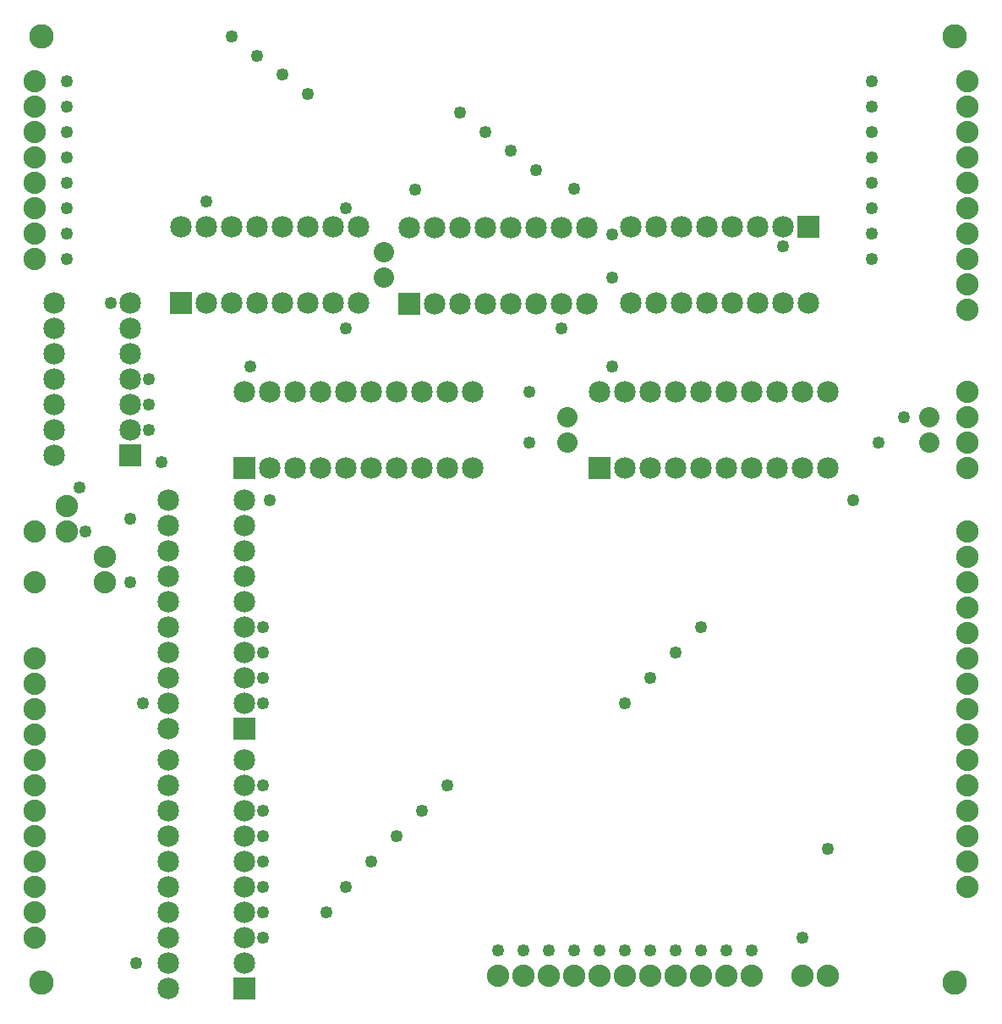
<source format=gbs>
G04 MADE WITH FRITZING*
G04 WWW.FRITZING.ORG*
G04 DOUBLE SIDED*
G04 HOLES PLATED*
G04 CONTOUR ON CENTER OF CONTOUR VECTOR*
%ASAXBY*%
%FSLAX23Y23*%
%MOIN*%
%OFA0B0*%
%SFA1.0B1.0*%
%ADD10C,0.049370*%
%ADD11C,0.096614*%
%ADD12C,0.080000*%
%ADD13C,0.088000*%
%ADD14C,0.085000*%
%ADD15R,0.085000X0.085000*%
%LNMASK0*%
G90*
G70*
G54D10*
X221Y3650D03*
X871Y3825D03*
X971Y3750D03*
X1071Y3675D03*
X1171Y3600D03*
X1771Y3525D03*
X1871Y3450D03*
X1971Y3375D03*
X2071Y3300D03*
X221Y3550D03*
X221Y3450D03*
X221Y3350D03*
X221Y3250D03*
X221Y3150D03*
X221Y3050D03*
X221Y2950D03*
X3421Y2225D03*
X996Y1200D03*
X996Y1300D03*
X996Y1400D03*
X996Y1500D03*
X996Y275D03*
X996Y375D03*
X996Y475D03*
X996Y575D03*
X996Y675D03*
X996Y775D03*
X996Y875D03*
G54D11*
X3721Y100D03*
X121Y100D03*
X3721Y3825D03*
X121Y3825D03*
G54D10*
X2921Y225D03*
X2821Y225D03*
X2721Y225D03*
X2621Y225D03*
X2521Y225D03*
X2421Y225D03*
X2321Y225D03*
X2221Y225D03*
X2121Y225D03*
X2021Y225D03*
X1921Y225D03*
X3221Y625D03*
G54D12*
X1471Y2875D03*
X1471Y2975D03*
G54D13*
X96Y1375D03*
X96Y1275D03*
X96Y1175D03*
X96Y1075D03*
X96Y975D03*
X96Y875D03*
X96Y775D03*
X96Y675D03*
X96Y575D03*
X96Y475D03*
X96Y375D03*
X96Y275D03*
G54D10*
X2721Y1500D03*
X2621Y1400D03*
X2521Y1300D03*
X2421Y1200D03*
X1246Y375D03*
X1321Y475D03*
X1421Y575D03*
X1521Y675D03*
X1621Y775D03*
X1721Y875D03*
X471Y1675D03*
X496Y175D03*
X521Y1200D03*
X946Y2525D03*
X2371Y2525D03*
X471Y1925D03*
X1021Y2000D03*
X546Y2375D03*
X1321Y2675D03*
X2171Y2675D03*
X1321Y3150D03*
X2221Y3225D03*
X546Y2475D03*
X3046Y3000D03*
X2371Y2875D03*
X2370Y3047D03*
X1595Y3222D03*
X771Y3175D03*
G54D13*
X3771Y2125D03*
X3771Y2425D03*
X3771Y2225D03*
X3771Y2325D03*
X3121Y125D03*
X3221Y125D03*
G54D10*
X3121Y275D03*
X3521Y2325D03*
G54D12*
X2196Y2225D03*
X2196Y2325D03*
X3621Y2225D03*
X3621Y2325D03*
G54D10*
X3396Y2950D03*
X3396Y3050D03*
X3396Y3150D03*
X3396Y3250D03*
X3396Y3350D03*
X3396Y3450D03*
X3396Y3650D03*
X3396Y3550D03*
X3321Y2000D03*
G54D14*
X2321Y2125D03*
X2321Y2425D03*
X2421Y2125D03*
X2421Y2425D03*
X2521Y2125D03*
X2521Y2425D03*
X2621Y2125D03*
X2621Y2425D03*
X2721Y2125D03*
X2721Y2425D03*
X2821Y2125D03*
X2821Y2425D03*
X2921Y2125D03*
X2921Y2425D03*
X3021Y2125D03*
X3021Y2425D03*
X3121Y2125D03*
X3121Y2425D03*
X3221Y2125D03*
X3221Y2425D03*
X920Y2127D03*
X920Y2427D03*
X1020Y2127D03*
X1020Y2427D03*
X1120Y2127D03*
X1120Y2427D03*
X1220Y2127D03*
X1220Y2427D03*
X1320Y2127D03*
X1320Y2427D03*
X1420Y2127D03*
X1420Y2427D03*
X1520Y2127D03*
X1520Y2427D03*
X1620Y2127D03*
X1620Y2427D03*
X1720Y2127D03*
X1720Y2427D03*
X1820Y2127D03*
X1820Y2427D03*
X921Y75D03*
X621Y75D03*
X921Y175D03*
X621Y175D03*
X921Y275D03*
X621Y275D03*
X921Y375D03*
X621Y375D03*
X921Y475D03*
X621Y475D03*
X921Y575D03*
X621Y575D03*
X921Y675D03*
X621Y675D03*
X921Y775D03*
X621Y775D03*
X921Y875D03*
X621Y875D03*
X921Y975D03*
X621Y975D03*
X921Y1100D03*
X621Y1100D03*
X921Y1200D03*
X621Y1200D03*
X921Y1300D03*
X621Y1300D03*
X921Y1400D03*
X621Y1400D03*
X921Y1500D03*
X621Y1500D03*
X921Y1600D03*
X621Y1600D03*
X921Y1700D03*
X621Y1700D03*
X921Y1800D03*
X621Y1800D03*
X921Y1900D03*
X621Y1900D03*
X921Y2000D03*
X621Y2000D03*
G54D13*
X1921Y125D03*
X2021Y125D03*
X2121Y125D03*
X2221Y125D03*
X2321Y125D03*
X2421Y125D03*
X2521Y125D03*
X2621Y125D03*
X2721Y125D03*
X2821Y125D03*
X2921Y125D03*
X3771Y1875D03*
X3771Y1775D03*
X3771Y1675D03*
X3771Y1575D03*
X3771Y1475D03*
X3771Y1375D03*
X3771Y1275D03*
X3771Y1175D03*
X3771Y1075D03*
X3771Y975D03*
X3771Y875D03*
X3771Y775D03*
X3771Y675D03*
X3771Y575D03*
X3771Y475D03*
X96Y1875D03*
X3771Y2750D03*
X3771Y2850D03*
G54D14*
X3146Y3075D03*
X3146Y2775D03*
X3046Y3075D03*
X3046Y2775D03*
X2946Y3075D03*
X2946Y2775D03*
X2846Y3075D03*
X2846Y2775D03*
X2746Y3075D03*
X2746Y2775D03*
X2646Y3075D03*
X2646Y2775D03*
X2546Y3075D03*
X2546Y2775D03*
X2446Y3075D03*
X2446Y2775D03*
X671Y2775D03*
X671Y3075D03*
X771Y2775D03*
X771Y3075D03*
X871Y2775D03*
X871Y3075D03*
X971Y2775D03*
X971Y3075D03*
X1071Y2775D03*
X1071Y3075D03*
X1171Y2775D03*
X1171Y3075D03*
X1271Y2775D03*
X1271Y3075D03*
X1371Y2775D03*
X1371Y3075D03*
X1570Y2772D03*
X1570Y3072D03*
X1670Y2772D03*
X1670Y3072D03*
X1770Y2772D03*
X1770Y3072D03*
X1870Y2772D03*
X1870Y3072D03*
X1970Y2772D03*
X1970Y3072D03*
X2070Y2772D03*
X2070Y3072D03*
X2170Y2772D03*
X2170Y3072D03*
X2270Y2772D03*
X2270Y3072D03*
G54D13*
X96Y2950D03*
X96Y3050D03*
X96Y3150D03*
X96Y3250D03*
X96Y3350D03*
X96Y3450D03*
X96Y3550D03*
X96Y3650D03*
X3771Y2950D03*
X3771Y3050D03*
X3771Y3150D03*
X3771Y3250D03*
X3771Y3350D03*
X3771Y3450D03*
X3771Y3550D03*
X3771Y3650D03*
X371Y1775D03*
X221Y1975D03*
X221Y1875D03*
X371Y1675D03*
X96Y1675D03*
G54D14*
X471Y2175D03*
X171Y2175D03*
X471Y2275D03*
X171Y2275D03*
X471Y2375D03*
X171Y2375D03*
X471Y2475D03*
X171Y2475D03*
X471Y2575D03*
X171Y2575D03*
X471Y2675D03*
X171Y2675D03*
X471Y2775D03*
X171Y2775D03*
G54D10*
X2046Y2225D03*
X2046Y2425D03*
X546Y2275D03*
X296Y1875D03*
X596Y2150D03*
X396Y2775D03*
X271Y2050D03*
G54D15*
X2321Y2125D03*
X920Y2127D03*
X921Y75D03*
X921Y1100D03*
X3146Y3075D03*
X671Y2775D03*
X1570Y2772D03*
X471Y2175D03*
G04 End of Mask0*
M02*
</source>
